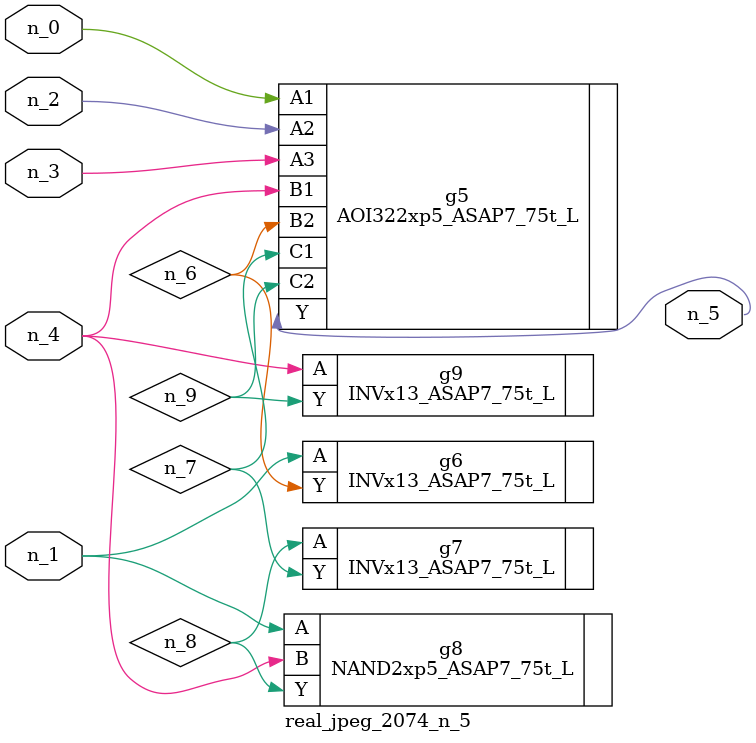
<source format=v>
module real_jpeg_2074_n_5 (n_4, n_0, n_1, n_2, n_3, n_5);

input n_4;
input n_0;
input n_1;
input n_2;
input n_3;

output n_5;

wire n_8;
wire n_6;
wire n_7;
wire n_9;

AOI322xp5_ASAP7_75t_L g5 ( 
.A1(n_0),
.A2(n_2),
.A3(n_3),
.B1(n_4),
.B2(n_6),
.C1(n_7),
.C2(n_9),
.Y(n_5)
);

INVx13_ASAP7_75t_L g6 ( 
.A(n_1),
.Y(n_6)
);

NAND2xp5_ASAP7_75t_L g8 ( 
.A(n_1),
.B(n_4),
.Y(n_8)
);

INVx13_ASAP7_75t_L g9 ( 
.A(n_4),
.Y(n_9)
);

INVx13_ASAP7_75t_L g7 ( 
.A(n_8),
.Y(n_7)
);


endmodule
</source>
